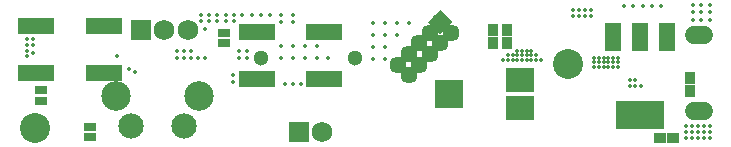
<source format=gbr>
G04 #@! TF.GenerationSoftware,KiCad,Pcbnew,(2016-12-18 revision 3ffa37c)-master*
G04 #@! TF.CreationDate,2017-04-07T22:16:59-07:00*
G04 #@! TF.ProjectId,Pensel,50656E73656C2E6B696361645F706362,rev?*
G04 #@! TF.FileFunction,Soldermask,Bot*
G04 #@! TF.FilePolarity,Negative*
%FSLAX46Y46*%
G04 Gerber Fmt 4.6, Leading zero omitted, Abs format (unit mm)*
G04 Created by KiCad (PCBNEW (2016-12-18 revision 3ffa37c)-master) date Friday, April 07, 2017 'PMt' 10:16:59 PM*
%MOMM*%
%LPD*%
G01*
G04 APERTURE LIST*
%ADD10C,0.100000*%
%ADD11C,0.350000*%
%ADD12R,4.057600X2.432000*%
%ADD13R,1.416000X2.432000*%
%ADD14C,1.450000*%
%ADD15R,0.900000X1.000000*%
%ADD16O,2.400000X1.520000*%
%ADD17R,2.400000X2.400000*%
%ADD18R,2.400000X2.000000*%
%ADD19R,3.150000X1.400000*%
%ADD20C,2.500000*%
%ADD21C,2.150000*%
%ADD22C,1.300000*%
%ADD23R,1.000000X0.900000*%
%ADD24R,1.750000X1.750000*%
%ADD25C,1.750000*%
%ADD26R,1.000000X0.800000*%
%ADD27C,2.540000*%
G04 APERTURE END LIST*
D10*
D11*
X107775000Y-139250000D03*
X108475000Y-139250000D03*
X109175000Y-139250000D03*
X109175000Y-139825000D03*
X108475000Y-139825000D03*
X107775000Y-140475000D03*
X107775000Y-139825000D03*
X108475000Y-140475000D03*
X109175000Y-140475000D03*
X66425000Y-141275000D03*
X68800000Y-145200000D03*
X68800000Y-145800000D03*
X60000000Y-144700000D03*
D12*
X103250000Y-148552000D03*
D13*
X103250000Y-141948000D03*
X105536000Y-141948000D03*
X100964000Y-141948000D03*
D11*
X83700000Y-140800000D03*
X82700000Y-140800000D03*
X82700000Y-141800000D03*
D14*
X86396051Y-140703949D03*
D10*
G36*
X85370746Y-140703949D02*
X86396051Y-139678644D01*
X87421356Y-140703949D01*
X86396051Y-141729254D01*
X85370746Y-140703949D01*
X85370746Y-140703949D01*
G37*
D14*
X85498025Y-141601975D03*
X84600000Y-142500000D03*
X83701974Y-143398026D03*
X82803949Y-144296051D03*
X86396051Y-142500000D03*
X85498025Y-143398026D03*
X84600000Y-144296051D03*
X83701974Y-145194077D03*
X87294077Y-141601975D03*
D11*
X68900000Y-140600000D03*
X68200000Y-140600000D03*
X67500000Y-140600000D03*
X66800000Y-140600000D03*
X66100000Y-140600000D03*
X66100000Y-140100000D03*
X66800000Y-140100000D03*
X67500000Y-140100000D03*
X68200000Y-140100000D03*
X68900000Y-140100000D03*
X69600000Y-140100000D03*
X70400000Y-140100000D03*
X71200000Y-140100000D03*
X72000000Y-140100000D03*
X70000000Y-143100000D03*
X69300000Y-143100000D03*
X69300000Y-143700000D03*
X70000000Y-143700000D03*
X59000000Y-143600000D03*
X64100000Y-143100000D03*
X64700000Y-143100000D03*
X65300000Y-143100000D03*
X66500000Y-143700000D03*
X65900000Y-143700000D03*
X65300000Y-143700000D03*
X64700000Y-143700000D03*
X64100000Y-143700000D03*
X74600000Y-145900000D03*
X73900000Y-145900000D03*
X73200000Y-145900000D03*
X105100000Y-139300000D03*
X102900000Y-145600000D03*
X102400000Y-145600000D03*
X102400000Y-146100000D03*
X102900000Y-146100000D03*
X103400000Y-146100000D03*
X107200000Y-150500000D03*
X107700000Y-150500000D03*
X108200000Y-150500000D03*
X108700000Y-150500000D03*
X109200000Y-150500000D03*
X109200000Y-150000000D03*
X108700000Y-150000000D03*
X108200000Y-150000000D03*
X107700000Y-150000000D03*
X107200000Y-150000000D03*
X107200000Y-149500000D03*
X107700000Y-149500000D03*
X73900000Y-140100000D03*
X72900000Y-140100000D03*
X73900000Y-140700000D03*
X81700000Y-140800000D03*
X80700000Y-140800000D03*
X81700000Y-141800000D03*
X80700000Y-141800000D03*
X81700000Y-142800000D03*
X80700000Y-142800000D03*
X81700000Y-143800000D03*
X80700000Y-143800000D03*
X72900000Y-143700000D03*
X72900000Y-140700000D03*
X75900000Y-142700000D03*
X74900000Y-142700000D03*
X73900000Y-142700000D03*
X72900000Y-142700000D03*
X76900000Y-143700000D03*
X75900000Y-143700000D03*
X74900000Y-143700000D03*
X73900000Y-143700000D03*
X51900000Y-143300000D03*
X51900000Y-142600000D03*
X51900000Y-142100000D03*
X51400000Y-142100000D03*
X51400000Y-142600000D03*
X51400000Y-143100000D03*
X51400000Y-143600000D03*
X60500000Y-144900000D03*
X97600000Y-139700000D03*
X98100000Y-139700000D03*
X98600000Y-139700000D03*
X99100000Y-139700000D03*
X99100000Y-140200000D03*
X98600000Y-140200000D03*
X98100000Y-140200000D03*
X97600000Y-140200000D03*
X104300000Y-139300000D03*
X103500000Y-139300000D03*
X102700000Y-139300000D03*
X101900000Y-139300000D03*
X94100000Y-143100000D03*
X93700000Y-143100000D03*
X93300000Y-143100000D03*
X92900000Y-143100000D03*
X92100000Y-143500000D03*
X92500000Y-143500000D03*
X92900000Y-143500000D03*
X93300000Y-143500000D03*
X93700000Y-143500000D03*
X94100000Y-143500000D03*
X94500000Y-143500000D03*
X94900000Y-143900000D03*
X94500000Y-143900000D03*
X94100000Y-143900000D03*
X93700000Y-143900000D03*
X93300000Y-143900000D03*
X92900000Y-143900000D03*
X92500000Y-143900000D03*
X92100000Y-143900000D03*
X91700000Y-143900000D03*
X101400000Y-143700000D03*
X101000000Y-143700000D03*
X100600000Y-143700000D03*
X100200000Y-143700000D03*
X99800000Y-143700000D03*
X99400000Y-143700000D03*
X99400000Y-144100000D03*
X99800000Y-144100000D03*
X100200000Y-144100000D03*
X100600000Y-144100000D03*
X101000000Y-144100000D03*
X101400000Y-144100000D03*
X101400000Y-144500000D03*
X101000000Y-144500000D03*
X100600000Y-144500000D03*
X100200000Y-144500000D03*
X99800000Y-144500000D03*
X99400000Y-144500000D03*
X109200000Y-149500000D03*
X108700000Y-149500000D03*
X108200000Y-149500000D03*
D15*
X107525000Y-145450000D03*
X107525000Y-146550000D03*
D16*
X108300000Y-148255000D03*
X108300000Y-141745000D03*
D17*
X87100000Y-146800000D03*
D18*
X93100000Y-145625000D03*
X93100000Y-147975000D03*
D19*
X70825000Y-145500000D03*
X76575000Y-145500000D03*
X76575000Y-141500000D03*
X70825000Y-141500000D03*
D20*
X58940000Y-146960000D03*
D21*
X60200000Y-149450000D03*
X64700000Y-149450000D03*
D20*
X65950000Y-146960000D03*
D22*
X79200000Y-143700000D03*
X71200000Y-143700000D03*
D15*
X92000000Y-142500000D03*
X92000000Y-141400000D03*
X90800000Y-142500000D03*
X90800000Y-141400000D03*
D23*
X106050000Y-150500000D03*
X104950000Y-150500000D03*
D24*
X61000000Y-141400000D03*
D25*
X63000000Y-141400000D03*
X65000000Y-141400000D03*
D26*
X52600000Y-147350000D03*
X52600000Y-146450000D03*
X68100000Y-142500000D03*
X68100000Y-141600000D03*
X56750000Y-149550000D03*
X56750000Y-150450000D03*
D19*
X57900000Y-141000000D03*
X52150000Y-141000000D03*
X52150000Y-145000000D03*
X57900000Y-145000000D03*
D27*
X97200000Y-144200000D03*
X52100000Y-149700000D03*
D24*
X74400000Y-150000000D03*
D25*
X76400000Y-150000000D03*
M02*

</source>
